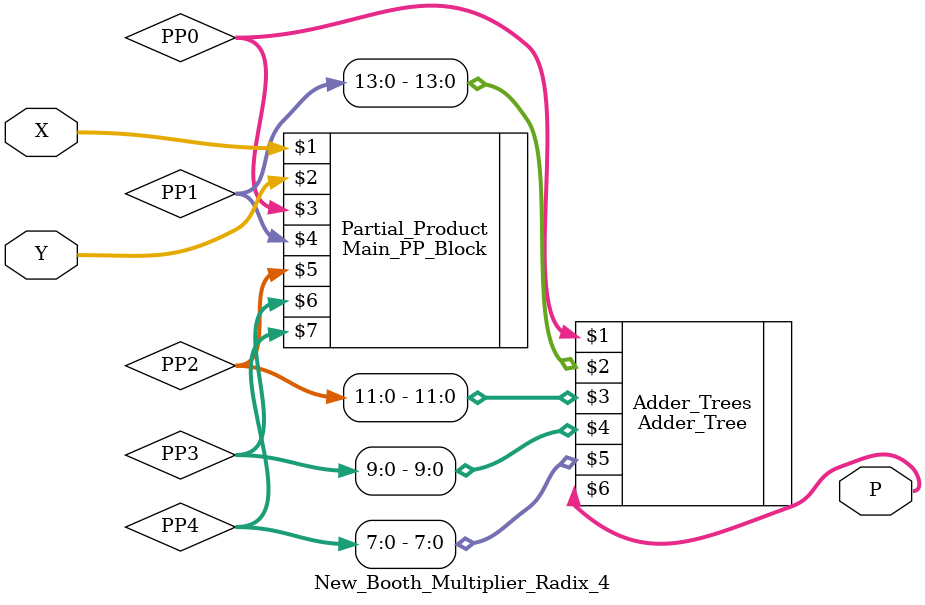
<source format=v>
module New_Booth_Multiplier_Radix_4 (X,Y,P);
  input [7:0]X,Y;
  output [15:0]P;

  wire [15:0]PP0,PP1,PP2,PP3,PP4;
  

  
  
  Main_PP_Block Partial_Product (X,Y,PP0,PP1,PP2,PP3,PP4);
  
  Adder_Tree Adder_Trees (PP0,PP1[13:0],PP2[11:0],PP3[9:0],PP4[7:0],P);
  
     initial
 begin
   
     $dumpfile("Booth.vcd");
     $dumpvars;
 
end	
    
endmodule
</source>
